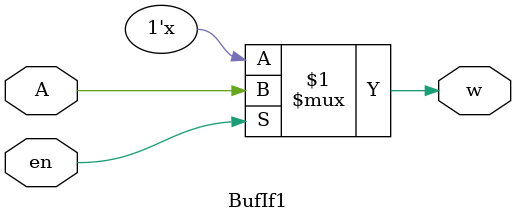
<source format=v>
`timescale 1ns/1ns
module BufIf1(input A, input en, output w);
	bufif1 #(17,19,19) buff(w,A,en);
endmodule

</source>
